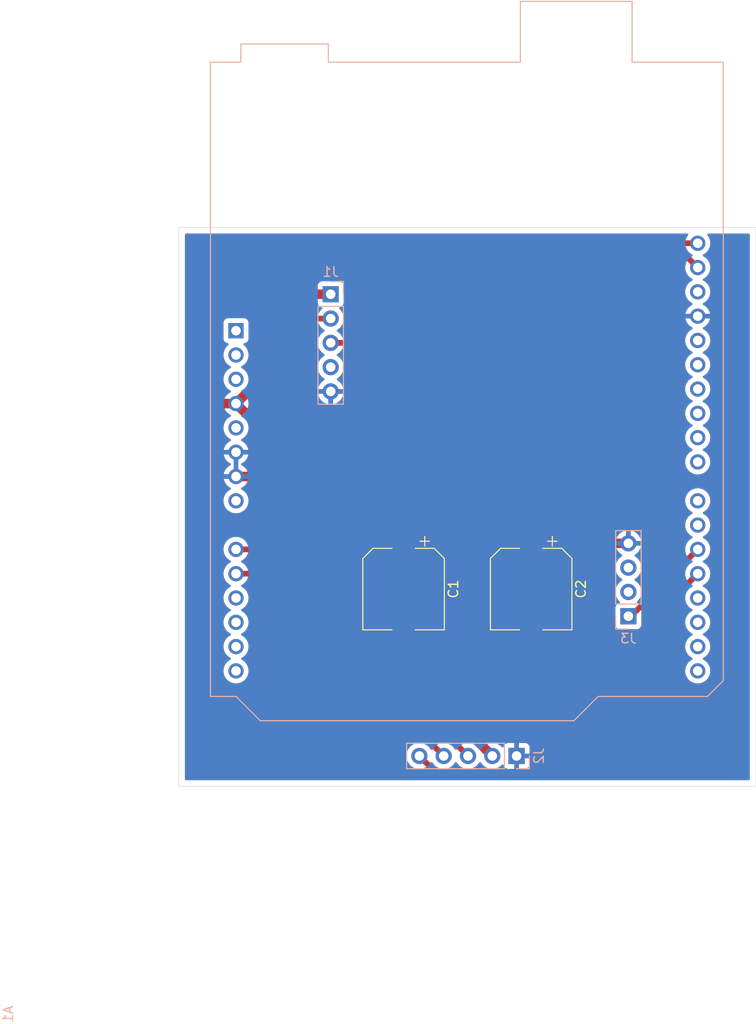
<source format=kicad_pcb>
(kicad_pcb (version 20221018) (generator pcbnew)
  (layers (0 "F.Cu" signal) (31 "B.Cu" signal) (34 "B.Paste" user) (35 "F.Paste" user) (36 "B.SilkS" user "B.Silkscreen") (37 "F.SilkS" user "F.Silkscreen") (38 "B.Mask" user) (39 "F.Mask" user) (44 "Edge.Cuts" user))
  (net 0 "")
  (net 4 "+3.3V")
  (net 6 "GND")
  (net 8 "/VRX")
  (net 9 "/VRY")
  (net 18 "/SW")
  (net 19 "/SPEAKER")
  (net 29 "/SDA")
  (net 30 "/SCL")
  (footprint "Capacitor_SMD:CP_Elec_8x11.9" (layer "F.Cu") (at 165.735 83.52 -90)
    (fp_text reference "C1" (at 0 -5.2 90) (layer "F.SilkS"))
    (fp_text value "C_Polarized_US")
    (fp_line (start -5.5 -2.21) (end -4.5 -2.21) (stroke (width 0.12)) (layer "F.SilkS"))
    (fp_line (start -5 -2.71) (end -5 -1.71) (stroke (width 0.12)) (layer "F.SilkS"))
    (fp_line (start -4.26 -3.195563) (end -4.26 -1.21) (stroke (width 0.12)) (layer "F.SilkS"))
    (fp_line (start -4.26 -3.195563) (end -3.195563 -4.26) (stroke (width 0.12)) (layer "F.SilkS"))
    (fp_line (start -4.26 3.195563) (end -4.26 1.21) (stroke (width 0.12)) (layer "F.SilkS"))
    (fp_line (start -4.26 3.195563) (end -3.195563 4.26) (stroke (width 0.12)) (layer "F.SilkS"))
    (fp_line (start -3.195563 -4.26) (end 4.26 -4.26) (stroke (width 0.12)) (layer "F.SilkS"))
    (fp_line (start -3.195563 4.26) (end 4.26 4.26) (stroke (width 0.12)) (layer "F.SilkS"))
    (fp_line (start 4.26 -4.26) (end 4.26 -1.21) (stroke (width 0.12)) (layer "F.SilkS"))
    (fp_line (start 4.26 4.26) (end 4.26 1.21) (stroke (width 0.12)) (layer "F.SilkS"))
    (pad "1" smd roundrect (at -3.475 0 270) (size 4.15 1.9) (layers "F.Cu" "F.Paste" "F.Mask") (roundrect_rratio 0.131579) (net 4 "+3.3V"))
    (pad "2" smd roundrect (at 3.475 0 270) (size 4.15 1.9) (layers "F.Cu" "F.Paste" "F.Mask") (roundrect_rratio 0.131579) (net 6 "GND"))
  )
  (footprint "Capacitor_SMD:CP_Elec_8x11.9" (layer "F.Cu") (at 179.07 83.52 -90)
    (fp_text reference "C2" (at 0 -5.2 90) (layer "F.SilkS"))
    (fp_text value "C_Polarized_US")
    (fp_line (start -5.5 -2.21) (end -4.5 -2.21) (stroke (width 0.12)) (layer "F.SilkS"))
    (fp_line (start -5 -2.71) (end -5 -1.71) (stroke (width 0.12)) (layer "F.SilkS"))
    (fp_line (start -4.26 -3.195563) (end -4.26 -1.21) (stroke (width 0.12)) (layer "F.SilkS"))
    (fp_line (start -4.26 -3.195563) (end -3.195563 -4.26) (stroke (width 0.12)) (layer "F.SilkS"))
    (fp_line (start -4.26 3.195563) (end -4.26 1.21) (stroke (width 0.12)) (layer "F.SilkS"))
    (fp_line (start -4.26 3.195563) (end -3.195563 4.26) (stroke (width 0.12)) (layer "F.SilkS"))
    (fp_line (start -3.195563 -4.26) (end 4.26 -4.26) (stroke (width 0.12)) (layer "F.SilkS"))
    (fp_line (start -3.195563 4.26) (end 4.26 4.26) (stroke (width 0.12)) (layer "F.SilkS"))
    (fp_line (start 4.26 -4.26) (end 4.26 -1.21) (stroke (width 0.12)) (layer "F.SilkS"))
    (fp_line (start 4.26 4.26) (end 4.26 1.21) (stroke (width 0.12)) (layer "F.SilkS"))
    (pad "1" smd roundrect (at -3.475 0 270) (size 4.15 1.9) (layers "F.Cu" "F.Paste" "F.Mask") (roundrect_rratio 0.131579) (net 4 "+3.3V"))
    (pad "2" smd roundrect (at 3.475 0 270) (size 4.15 1.9) (layers "F.Cu" "F.Paste" "F.Mask") (roundrect_rratio 0.131579) (net 6 "GND"))
  )
  (footprint "Connector_PinHeader_2.54mm:PinHeader_1x05_P2.54mm_Vertical" (layer "B.Cu") (at 158.115 52.705 180)
    (fp_text reference "J1" (at 0 2.33 -360) (layer "B.SilkS") (effects (justify mirror)))
    (fp_text value "Conn_01x05_Socket")
    (fp_line (start -1.33 -11.49) (end 1.33 -11.49) (stroke (width 0.12)) (layer "B.SilkS"))
    (fp_line (start -1.33 -1.27) (end -1.33 -11.49) (stroke (width 0.12)) (layer "B.SilkS"))
    (fp_line (start -1.33 -1.27) (end 1.33 -1.27) (stroke (width 0.12)) (layer "B.SilkS"))
    (fp_line (start -1.33 0) (end -1.33 1.33) (stroke (width 0.12)) (layer "B.SilkS"))
    (fp_line (start -1.33 1.33) (end 0 1.33) (stroke (width 0.12)) (layer "B.SilkS"))
    (fp_line (start 1.33 -1.27) (end 1.33 -11.49) (stroke (width 0.12)) (layer "B.SilkS"))
    (pad "1" thru_hole rect (at 0 0 180) (size 1.7 1.7) (drill 1) (layers "*.Cu" "*.Mask") (net 4 "+3.3V"))
    (pad "2" thru_hole oval (at 0 -2.54 180) (size 1.7 1.7) (drill 1) (layers "*.Cu" "*.Mask") (net 29 "/SDA"))
    (pad "3" thru_hole oval (at 0 -5.08 180) (size 1.7 1.7) (drill 1) (layers "*.Cu" "*.Mask") (net 30 "/SCL"))
    (pad "4" thru_hole oval (at 0 -7.62 180) (size 1.7 1.7) (drill 1) (layers "*.Cu" "*.Mask"))
    (pad "5" thru_hole oval (at 0 -10.16 180) (size 1.7 1.7) (drill 1) (layers "*.Cu" "*.Mask") (net 6 "GND"))
  )
  (footprint "Module:Arduino_UNO_R3" (layer "B.Cu") (at 148.21825 56.515 -90)
    (fp_text reference "A1" (at 71.455 23.82 -270) (layer "B.SilkS") (effects (justify mirror)))
    (fp_text value "Arduino_UNO_R3")
    (fp_line (start -34.42 -41.4) (end -28.07 -41.4) (stroke (width 0.12)) (layer "B.SilkS"))
    (fp_line (start -34.42 -29.72) (end -34.42 -41.4) (stroke (width 0.12)) (layer "B.SilkS"))
    (fp_line (start -29.97 -9.65) (end -28.07 -9.65) (stroke (width 0.12)) (layer "B.SilkS"))
    (fp_line (start -29.97 -0.51) (end -29.97 -9.65) (stroke (width 0.12)) (layer "B.SilkS"))
    (fp_line (start -28.07 -50.93) (end 36.58 -50.93) (stroke (width 0.12)) (layer "B.SilkS"))
    (fp_line (start -28.07 -41.4) (end -28.07 -50.93) (stroke (width 0.12)) (layer "B.SilkS"))
    (fp_line (start -28.07 -29.72) (end -34.42 -29.72) (stroke (width 0.12)) (layer "B.SilkS"))
    (fp_line (start -28.07 -9.65) (end -28.07 -29.72) (stroke (width 0.12)) (layer "B.SilkS"))
    (fp_line (start -28.07 -0.51) (end -29.97 -0.51) (stroke (width 0.12)) (layer "B.SilkS"))
    (fp_line (start -28.07 2.67) (end -28.07 -0.51) (stroke (width 0.12)) (layer "B.SilkS"))
    (fp_line (start 36.58 -50.93) (end 38.23 -49.28) (stroke (width 0.12)) (layer "B.SilkS"))
    (fp_line (start 38.23 -49.28) (end 38.23 -37.85) (stroke (width 0.12)) (layer "B.SilkS"))
    (fp_line (start 38.23 -37.85) (end 40.77 -35.31) (stroke (width 0.12)) (layer "B.SilkS"))
    (fp_line (start 38.23 0) (end 38.23 2.67) (stroke (width 0.12)) (layer "B.SilkS"))
    (fp_line (start 38.23 2.67) (end -28.07 2.67) (stroke (width 0.12)) (layer "B.SilkS"))
    (fp_line (start 40.77 -35.31) (end 40.77 -2.54) (stroke (width 0.12)) (layer "B.SilkS"))
    (fp_line (start 40.77 -2.54) (end 38.23 0) (stroke (width 0.12)) (layer "B.SilkS"))
    (pad "1" thru_hole rect (at 0 0 180) (size 1.6 1.6) (drill 1) (layers "*.Cu" "*.Mask"))
    (pad "2" thru_hole oval (at 2.54 0 180) (size 1.6 1.6) (drill 1) (layers "*.Cu" "*.Mask"))
    (pad "3" thru_hole oval (at 5.08 0 180) (size 1.6 1.6) (drill 1) (layers "*.Cu" "*.Mask"))
    (pad "4" thru_hole oval (at 7.62 0 180) (size 1.6 1.6) (drill 1) (layers "*.Cu" "*.Mask") (net 4 "+3.3V"))
    (pad "5" thru_hole oval (at 10.16 0 180) (size 1.6 1.6) (drill 1) (layers "*.Cu" "*.Mask"))
    (pad "6" thru_hole oval (at 12.7 0 180) (size 1.6 1.6) (drill 1) (layers "*.Cu" "*.Mask") (net 6 "GND"))
    (pad "7" thru_hole oval (at 15.24 0 180) (size 1.6 1.6) (drill 1) (layers "*.Cu" "*.Mask") (net 6 "GND"))
    (pad "8" thru_hole oval (at 17.78 0 180) (size 1.6 1.6) (drill 1) (layers "*.Cu" "*.Mask"))
    (pad "9" thru_hole oval (at 22.86 0 180) (size 1.6 1.6) (drill 1) (layers "*.Cu" "*.Mask") (net 8 "/VRX"))
    (pad "10" thru_hole oval (at 25.4 0 180) (size 1.6 1.6) (drill 1) (layers "*.Cu" "*.Mask") (net 9 "/VRY"))
    (pad "11" thru_hole oval (at 27.94 0 180) (size 1.6 1.6) (drill 1) (layers "*.Cu" "*.Mask"))
    (pad "12" thru_hole oval (at 30.48 0 180) (size 1.6 1.6) (drill 1) (layers "*.Cu" "*.Mask"))
    (pad "13" thru_hole oval (at 33.02 0 180) (size 1.6 1.6) (drill 1) (layers "*.Cu" "*.Mask"))
    (pad "14" thru_hole oval (at 35.56 0 180) (size 1.6 1.6) (drill 1) (layers "*.Cu" "*.Mask"))
    (pad "15" thru_hole oval (at 35.56 -48.26 180) (size 1.6 1.6) (drill 1) (layers "*.Cu" "*.Mask"))
    (pad "16" thru_hole oval (at 33.02 -48.26 180) (size 1.6 1.6) (drill 1) (layers "*.Cu" "*.Mask"))
    (pad "17" thru_hole oval (at 30.48 -48.26 180) (size 1.6 1.6) (drill 1) (layers "*.Cu" "*.Mask"))
    (pad "18" thru_hole oval (at 27.94 -48.26 180) (size 1.6 1.6) (drill 1) (layers "*.Cu" "*.Mask"))
    (pad "19" thru_hole oval (at 25.4 -48.26 180) (size 1.6 1.6) (drill 1) (layers "*.Cu" "*.Mask") (net 18 "/SW"))
    (pad "20" thru_hole oval (at 22.86 -48.26 180) (size 1.6 1.6) (drill 1) (layers "*.Cu" "*.Mask") (net 19 "/SPEAKER"))
    (pad "21" thru_hole oval (at 20.32 -48.26 180) (size 1.6 1.6) (drill 1) (layers "*.Cu" "*.Mask"))
    (pad "22" thru_hole oval (at 17.78 -48.26 180) (size 1.6 1.6) (drill 1) (layers "*.Cu" "*.Mask"))
    (pad "23" thru_hole oval (at 13.72 -48.26 180) (size 1.6 1.6) (drill 1) (layers "*.Cu" "*.Mask"))
    (pad "24" thru_hole oval (at 11.18 -48.26 180) (size 1.6 1.6) (drill 1) (layers "*.Cu" "*.Mask"))
    (pad "25" thru_hole oval (at 8.64 -48.26 180) (size 1.6 1.6) (drill 1) (layers "*.Cu" "*.Mask"))
    (pad "26" thru_hole oval (at 6.1 -48.26 180) (size 1.6 1.6) (drill 1) (layers "*.Cu" "*.Mask"))
    (pad "27" thru_hole oval (at 3.56 -48.26 180) (size 1.6 1.6) (drill 1) (layers "*.Cu" "*.Mask"))
    (pad "28" thru_hole oval (at 1.02 -48.26 180) (size 1.6 1.6) (drill 1) (layers "*.Cu" "*.Mask"))
    (pad "29" thru_hole oval (at -1.52 -48.26 180) (size 1.6 1.6) (drill 1) (layers "*.Cu" "*.Mask") (net 6 "GND"))
    (pad "30" thru_hole oval (at -4.06 -48.26 180) (size 1.6 1.6) (drill 1) (layers "*.Cu" "*.Mask"))
    (pad "31" thru_hole oval (at -6.6 -48.26 180) (size 1.6 1.6) (drill 1) (layers "*.Cu" "*.Mask") (net 29 "/SDA"))
    (pad "32" thru_hole oval (at -9.14 -48.26 180) (size 1.6 1.6) (drill 1) (layers "*.Cu" "*.Mask") (net 30 "/SCL"))
  )
  (footprint "Connector_PinHeader_2.54mm:PinHeader_1x05_P2.54mm_Vertical" (layer "B.Cu") (at 177.546 100.965 90)
    (fp_text reference "J2" (at 0 2.33 90) (layer "B.SilkS") (effects (justify mirror)))
    (fp_text value "Conn_01x05_Socket")
    (fp_line (start -1.33 -11.49) (end 1.33 -11.49) (stroke (width 0.12)) (layer "B.SilkS"))
    (fp_line (start -1.33 -1.27) (end -1.33 -11.49) (stroke (width 0.12)) (layer "B.SilkS"))
    (fp_line (start -1.33 -1.27) (end 1.33 -1.27) (stroke (width 0.12)) (layer "B.SilkS"))
    (fp_line (start -1.33 0) (end -1.33 1.33) (stroke (width 0.12)) (layer "B.SilkS"))
    (fp_line (start -1.33 1.33) (end 0 1.33) (stroke (width 0.12)) (layer "B.SilkS"))
    (fp_line (start 1.33 -1.27) (end 1.33 -11.49) (stroke (width 0.12)) (layer "B.SilkS"))
    (pad "1" thru_hole rect (at 0 0 90) (size 1.7 1.7) (drill 1) (layers "*.Cu" "*.Mask") (net 6 "GND"))
    (pad "2" thru_hole oval (at 0 -2.54 90) (size 1.7 1.7) (drill 1) (layers "*.Cu" "*.Mask") (net 4 "+3.3V"))
    (pad "3" thru_hole oval (at 0 -5.08 90) (size 1.7 1.7) (drill 1) (layers "*.Cu" "*.Mask") (net 8 "/VRX"))
    (pad "4" thru_hole oval (at 0 -7.62 90) (size 1.7 1.7) (drill 1) (layers "*.Cu" "*.Mask") (net 9 "/VRY"))
    (pad "5" thru_hole oval (at 0 -10.16 90) (size 1.7 1.7) (drill 1) (layers "*.Cu" "*.Mask") (net 18 "/SW"))
  )
  (footprint "Connector_PinHeader_2.54mm:PinHeader_1x04_P2.54mm_Vertical" (layer "B.Cu") (at 189.23 86.36)
    (fp_text reference "J3" (at 0 2.33 -360) (layer "B.SilkS") (effects (justify mirror)))
    (fp_text value "Conn_01x04_Pin")
    (fp_line (start -1.33 -8.95) (end 1.33 -8.95) (stroke (width 0.12)) (layer "B.SilkS"))
    (fp_line (start -1.33 -1.27) (end -1.33 -8.95) (stroke (width 0.12)) (layer "B.SilkS"))
    (fp_line (start -1.33 -1.27) (end 1.33 -1.27) (stroke (width 0.12)) (layer "B.SilkS"))
    (fp_line (start -1.33 0) (end -1.33 1.33) (stroke (width 0.12)) (layer "B.SilkS"))
    (fp_line (start -1.33 1.33) (end 0 1.33) (stroke (width 0.12)) (layer "B.SilkS"))
    (fp_line (start 1.33 -1.27) (end 1.33 -8.95) (stroke (width 0.12)) (layer "B.SilkS"))
    (pad "1" thru_hole rect (at 0 0) (size 1.7 1.7) (drill 1) (layers "*.Cu" "*.Mask") (net 19 "/SPEAKER"))
    (pad "2" thru_hole oval (at 0 -2.54) (size 1.7 1.7) (drill 1) (layers "*.Cu" "*.Mask"))
    (pad "3" thru_hole oval (at 0 -5.08) (size 1.7 1.7) (drill 1) (layers "*.Cu" "*.Mask"))
    (pad "4" thru_hole oval (at 0 -7.62) (size 1.7 1.7) (drill 1) (layers "*.Cu" "*.Mask") (net 6 "GND"))
  )
  (gr_rect (start 142.24 45.72) (end 202.565 104.14) (stroke (width 0.05)) (fill none) (layer "Edge.Cuts"))
  (segment (start 148.21825 64.135) (end 146.685 64.135) (width 1) (layer "F.Cu") (net 4))
  (segment (start 153.67 58.68325) (end 153.67 55.245) (width 1) (layer "F.Cu") (net 4))
  (segment (start 153.67 55.245) (end 156.21 52.705) (width 1) (layer "F.Cu") (net 4))
  (segment (start 146.685 64.135) (end 145.288 65.532) (width 1) (layer "F.Cu") (net 4))
  (segment (start 165.1 80.045) (end 179.705 80.045) (width 1) (layer "F.Cu") (net 4))
  (segment (start 164.12825 80.045) (end 165.1 80.045) (width 1) (layer "F.Cu") (net 4))
  (segment (start 156.21 52.705) (end 158.115 52.705) (width 1) (layer "F.Cu") (net 4))
  (segment (start 145.288 74.323429) (end 147.926571 76.962) (width 1) (layer "F.Cu") (net 4))
  (segment (start 147.926571 76.962) (end 151.003 76.962) (width 1) (layer "F.Cu") (net 4))
  (segment (start 145.288 65.532) (end 145.288 74.323429) (width 1) (layer "F.Cu") (net 4))
  (segment (start 148.21825 64.135) (end 164.12825 80.045) (width 1) (layer "F.Cu") (net 4))
  (segment (start 151.003 76.962) (end 175.006 100.965) (width 1) (layer "F.Cu") (net 4))
  (segment (start 148.21825 64.135) (end 153.67 58.68325) (width 1) (layer "F.Cu") (net 4))
  (segment (start 165.735 86.995) (end 179.07 86.995) (width 1) (layer "F.Cu") (net 6))
  (segment (start 150.495 71.755) (end 165.735 86.995) (width 1) (layer "F.Cu") (net 6))
  (segment (start 187.325 78.74) (end 189.23 78.74) (width 1) (layer "F.Cu") (net 6))
  (segment (start 148.21825 71.755) (end 150.495 71.755) (width 1) (layer "F.Cu") (net 6))
  (segment (start 165.735 86.73175) (end 165.735 86.995) (width 1) (layer "F.Cu") (net 6))
  (segment (start 179.07 86.995) (end 187.325 78.74) (width 1) (layer "F.Cu") (net 6))
  (segment (start 150.876 79.375) (end 148.21825 79.375) (width 0.6) (layer "F.Cu") (net 8))
  (segment (start 172.466 100.965) (end 150.876 79.375) (width 0.6) (layer "F.Cu") (net 8))
  (segment (start 148.21825 81.915) (end 150.876 81.915) (width 0.6) (layer "F.Cu") (net 9))
  (segment (start 150.876 81.915) (end 169.926 100.965) (width 0.6) (layer "F.Cu") (net 9))
  (segment (start 196.47825 81.915) (end 191.516 86.87725) (width 0.6) (layer "F.Cu") (net 18))
  (segment (start 179.07 103.124) (end 169.545 103.124) (width 0.6) (layer "F.Cu") (net 18))
  (segment (start 191.516 90.678) (end 179.07 103.124) (width 0.6) (layer "F.Cu") (net 18))
  (segment (start 191.516 86.87725) (end 191.516 90.678) (width 0.6) (layer "F.Cu") (net 18))
  (segment (start 169.545 103.124) (end 167.386 100.965) (width 0.6) (layer "F.Cu") (net 18))
  (segment (start 196.47825 79.375) (end 189.49325 86.36) (width 0.6) (layer "F.Cu") (net 19))
  (segment (start 189.49325 86.36) (end 189.23 86.36) (width 0.6) (layer "F.Cu") (net 19))
  (segment (start 160.655 60.96) (end 172.72 48.895) (width 0.6) (layer "F.Cu") (net 29))
  (segment (start 195.45825 48.895) (end 196.47825 49.915) (width 0.6) (layer "F.Cu") (net 29))
  (segment (start 172.72 48.895) (end 195.45825 48.895) (width 0.6) (layer "F.Cu") (net 29))
  (segment (start 159.385 64.77) (end 160.655 63.5) (width 0.6) (layer "F.Cu") (net 29))
  (segment (start 155.575 63.5) (end 156.845 64.77) (width 0.6) (layer "F.Cu") (net 29))
  (segment (start 156.21 55.245) (end 155.575 55.88) (width 0.6) (layer "F.Cu") (net 29))
  (segment (start 160.655 63.5) (end 160.655 60.96) (width 0.6) (layer "F.Cu") (net 29))
  (segment (start 158.115 55.245) (end 156.21 55.245) (width 0.6) (layer "F.Cu") (net 29))
  (segment (start 155.575 55.88) (end 155.575 63.5) (width 0.6) (layer "F.Cu") (net 29))
  (segment (start 156.845 64.77) (end 159.385 64.77) (width 0.6) (layer "F.Cu") (net 29))
  (segment (start 161.925 57.785) (end 158.115 57.785) (width 0.6) (layer "F.Cu") (net 30))
  (segment (start 196.47825 47.375) (end 172.335 47.375) (width 0.6) (layer "F.Cu") (net 30))
  (segment (start 172.335 47.375) (end 161.925 57.785) (width 0.6) (layer "F.Cu") (net 30))
  (zone (net 6) (net_name "GND") (layer "B.Cu") (connect_pads (clearance 0.5)) (min_thickness 0.25) (fill yes (thermal_gap 0.5) (thermal_bridge_width 0.5) (island_removal_mode 1) (island_area_min 10))
    (polygon (pts (xy 142.875 46.355) (xy 142.875 103.505) (xy 201.93 103.505) (xy 201.93 46.355)))
  )
)
</source>
